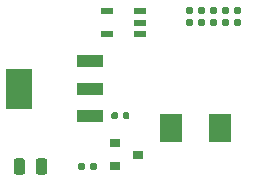
<source format=gbr>
%TF.GenerationSoftware,KiCad,Pcbnew,5.1.10-88a1d61d58~89~ubuntu21.04.1*%
%TF.CreationDate,2021-07-10T21:48:55+08:00*%
%TF.ProjectId,ST_Link_V2.1,53545f4c-696e-46b5-9f56-322e312e6b69,rev?*%
%TF.SameCoordinates,Original*%
%TF.FileFunction,Paste,Bot*%
%TF.FilePolarity,Positive*%
%FSLAX46Y46*%
G04 Gerber Fmt 4.6, Leading zero omitted, Abs format (unit mm)*
G04 Created by KiCad (PCBNEW 5.1.10-88a1d61d58~89~ubuntu21.04.1) date 2021-07-10 21:48:55*
%MOMM*%
%LPD*%
G01*
G04 APERTURE LIST*
%ADD10R,1.900000X2.400000*%
%ADD11R,2.200000X1.000000*%
%ADD12R,2.200000X3.500000*%
%ADD13R,1.100000X0.600000*%
%ADD14R,0.900000X0.800000*%
G04 APERTURE END LIST*
D10*
%TO.C,Y1*%
X75202000Y-87376000D03*
X71102000Y-87376000D03*
%TD*%
D11*
%TO.C,U3*%
X64214000Y-86374000D03*
D12*
X58214000Y-84074000D03*
D11*
X64214000Y-84074000D03*
X64214000Y-81774000D03*
%TD*%
D13*
%TO.C,U2*%
X65656000Y-77536000D03*
X65656000Y-79436000D03*
X68456000Y-79436000D03*
X68456000Y-78486000D03*
X68456000Y-77536000D03*
%TD*%
%TO.C,R18*%
G36*
G01*
X75507000Y-78218000D02*
X75877000Y-78218000D01*
G75*
G02*
X76012000Y-78353000I0J-135000D01*
G01*
X76012000Y-78623000D01*
G75*
G02*
X75877000Y-78758000I-135000J0D01*
G01*
X75507000Y-78758000D01*
G75*
G02*
X75372000Y-78623000I0J135000D01*
G01*
X75372000Y-78353000D01*
G75*
G02*
X75507000Y-78218000I135000J0D01*
G01*
G37*
G36*
G01*
X75507000Y-77198000D02*
X75877000Y-77198000D01*
G75*
G02*
X76012000Y-77333000I0J-135000D01*
G01*
X76012000Y-77603000D01*
G75*
G02*
X75877000Y-77738000I-135000J0D01*
G01*
X75507000Y-77738000D01*
G75*
G02*
X75372000Y-77603000I0J135000D01*
G01*
X75372000Y-77333000D01*
G75*
G02*
X75507000Y-77198000I135000J0D01*
G01*
G37*
%TD*%
%TO.C,R17*%
G36*
G01*
X76523000Y-78218000D02*
X76893000Y-78218000D01*
G75*
G02*
X77028000Y-78353000I0J-135000D01*
G01*
X77028000Y-78623000D01*
G75*
G02*
X76893000Y-78758000I-135000J0D01*
G01*
X76523000Y-78758000D01*
G75*
G02*
X76388000Y-78623000I0J135000D01*
G01*
X76388000Y-78353000D01*
G75*
G02*
X76523000Y-78218000I135000J0D01*
G01*
G37*
G36*
G01*
X76523000Y-77198000D02*
X76893000Y-77198000D01*
G75*
G02*
X77028000Y-77333000I0J-135000D01*
G01*
X77028000Y-77603000D01*
G75*
G02*
X76893000Y-77738000I-135000J0D01*
G01*
X76523000Y-77738000D01*
G75*
G02*
X76388000Y-77603000I0J135000D01*
G01*
X76388000Y-77333000D01*
G75*
G02*
X76523000Y-77198000I135000J0D01*
G01*
G37*
%TD*%
%TO.C,R16*%
G36*
G01*
X72459000Y-78218000D02*
X72829000Y-78218000D01*
G75*
G02*
X72964000Y-78353000I0J-135000D01*
G01*
X72964000Y-78623000D01*
G75*
G02*
X72829000Y-78758000I-135000J0D01*
G01*
X72459000Y-78758000D01*
G75*
G02*
X72324000Y-78623000I0J135000D01*
G01*
X72324000Y-78353000D01*
G75*
G02*
X72459000Y-78218000I135000J0D01*
G01*
G37*
G36*
G01*
X72459000Y-77198000D02*
X72829000Y-77198000D01*
G75*
G02*
X72964000Y-77333000I0J-135000D01*
G01*
X72964000Y-77603000D01*
G75*
G02*
X72829000Y-77738000I-135000J0D01*
G01*
X72459000Y-77738000D01*
G75*
G02*
X72324000Y-77603000I0J135000D01*
G01*
X72324000Y-77333000D01*
G75*
G02*
X72459000Y-77198000I135000J0D01*
G01*
G37*
%TD*%
%TO.C,R15*%
G36*
G01*
X74491000Y-78218000D02*
X74861000Y-78218000D01*
G75*
G02*
X74996000Y-78353000I0J-135000D01*
G01*
X74996000Y-78623000D01*
G75*
G02*
X74861000Y-78758000I-135000J0D01*
G01*
X74491000Y-78758000D01*
G75*
G02*
X74356000Y-78623000I0J135000D01*
G01*
X74356000Y-78353000D01*
G75*
G02*
X74491000Y-78218000I135000J0D01*
G01*
G37*
G36*
G01*
X74491000Y-77198000D02*
X74861000Y-77198000D01*
G75*
G02*
X74996000Y-77333000I0J-135000D01*
G01*
X74996000Y-77603000D01*
G75*
G02*
X74861000Y-77738000I-135000J0D01*
G01*
X74491000Y-77738000D01*
G75*
G02*
X74356000Y-77603000I0J135000D01*
G01*
X74356000Y-77333000D01*
G75*
G02*
X74491000Y-77198000I135000J0D01*
G01*
G37*
%TD*%
%TO.C,R14*%
G36*
G01*
X73475000Y-78218000D02*
X73845000Y-78218000D01*
G75*
G02*
X73980000Y-78353000I0J-135000D01*
G01*
X73980000Y-78623000D01*
G75*
G02*
X73845000Y-78758000I-135000J0D01*
G01*
X73475000Y-78758000D01*
G75*
G02*
X73340000Y-78623000I0J135000D01*
G01*
X73340000Y-78353000D01*
G75*
G02*
X73475000Y-78218000I135000J0D01*
G01*
G37*
G36*
G01*
X73475000Y-77198000D02*
X73845000Y-77198000D01*
G75*
G02*
X73980000Y-77333000I0J-135000D01*
G01*
X73980000Y-77603000D01*
G75*
G02*
X73845000Y-77738000I-135000J0D01*
G01*
X73475000Y-77738000D01*
G75*
G02*
X73340000Y-77603000I0J135000D01*
G01*
X73340000Y-77333000D01*
G75*
G02*
X73475000Y-77198000I135000J0D01*
G01*
G37*
%TD*%
%TO.C,R9*%
G36*
G01*
X64248000Y-90863000D02*
X64248000Y-90493000D01*
G75*
G02*
X64383000Y-90358000I135000J0D01*
G01*
X64653000Y-90358000D01*
G75*
G02*
X64788000Y-90493000I0J-135000D01*
G01*
X64788000Y-90863000D01*
G75*
G02*
X64653000Y-90998000I-135000J0D01*
G01*
X64383000Y-90998000D01*
G75*
G02*
X64248000Y-90863000I0J135000D01*
G01*
G37*
G36*
G01*
X63228000Y-90863000D02*
X63228000Y-90493000D01*
G75*
G02*
X63363000Y-90358000I135000J0D01*
G01*
X63633000Y-90358000D01*
G75*
G02*
X63768000Y-90493000I0J-135000D01*
G01*
X63768000Y-90863000D01*
G75*
G02*
X63633000Y-90998000I-135000J0D01*
G01*
X63363000Y-90998000D01*
G75*
G02*
X63228000Y-90863000I0J135000D01*
G01*
G37*
%TD*%
D14*
%TO.C,Q1*%
X68310000Y-89662000D03*
X66310000Y-88712000D03*
X66310000Y-90612000D03*
%TD*%
%TO.C,F1*%
G36*
G01*
X58732000Y-90221750D02*
X58732000Y-91134250D01*
G75*
G02*
X58488250Y-91378000I-243750J0D01*
G01*
X58000750Y-91378000D01*
G75*
G02*
X57757000Y-91134250I0J243750D01*
G01*
X57757000Y-90221750D01*
G75*
G02*
X58000750Y-89978000I243750J0D01*
G01*
X58488250Y-89978000D01*
G75*
G02*
X58732000Y-90221750I0J-243750D01*
G01*
G37*
G36*
G01*
X60607000Y-90221750D02*
X60607000Y-91134250D01*
G75*
G02*
X60363250Y-91378000I-243750J0D01*
G01*
X59875750Y-91378000D01*
G75*
G02*
X59632000Y-91134250I0J243750D01*
G01*
X59632000Y-90221750D01*
G75*
G02*
X59875750Y-89978000I243750J0D01*
G01*
X60363250Y-89978000D01*
G75*
G02*
X60607000Y-90221750I0J-243750D01*
G01*
G37*
%TD*%
%TO.C,C9*%
G36*
G01*
X67002000Y-86530000D02*
X67002000Y-86190000D01*
G75*
G02*
X67142000Y-86050000I140000J0D01*
G01*
X67422000Y-86050000D01*
G75*
G02*
X67562000Y-86190000I0J-140000D01*
G01*
X67562000Y-86530000D01*
G75*
G02*
X67422000Y-86670000I-140000J0D01*
G01*
X67142000Y-86670000D01*
G75*
G02*
X67002000Y-86530000I0J140000D01*
G01*
G37*
G36*
G01*
X66042000Y-86530000D02*
X66042000Y-86190000D01*
G75*
G02*
X66182000Y-86050000I140000J0D01*
G01*
X66462000Y-86050000D01*
G75*
G02*
X66602000Y-86190000I0J-140000D01*
G01*
X66602000Y-86530000D01*
G75*
G02*
X66462000Y-86670000I-140000J0D01*
G01*
X66182000Y-86670000D01*
G75*
G02*
X66042000Y-86530000I0J140000D01*
G01*
G37*
%TD*%
M02*

</source>
